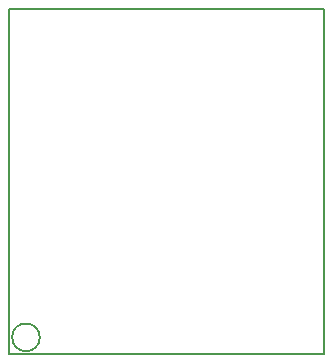
<source format=gm1>
G04 #@! TF.FileFunction,Profile,NP*
%FSLAX46Y46*%
G04 Gerber Fmt 4.6, Leading zero omitted, Abs format (unit mm)*
G04 Created by KiCad (PCBNEW 4.0.4-stable) date 03/17/17 15:09:56*
%MOMM*%
%LPD*%
G01*
G04 APERTURE LIST*
%ADD10C,0.100000*%
%ADD11C,0.150000*%
G04 APERTURE END LIST*
D10*
D11*
X125173682Y-109677200D02*
G75*
G03X125173682Y-109677200I-1170882J0D01*
G01*
X122555000Y-111125000D02*
X122555000Y-81915000D01*
X149225000Y-111125000D02*
X122555000Y-111125000D01*
X149225000Y-81915000D02*
X149225000Y-111125000D01*
X122555000Y-81915000D02*
X149225000Y-81915000D01*
M02*

</source>
